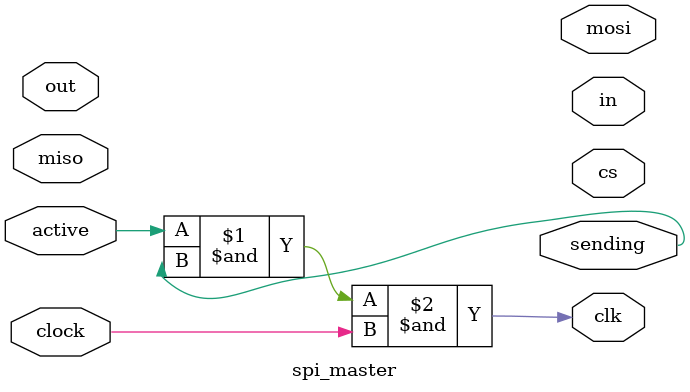
<source format=v>
`default_nettype none


module spi_master(active, sending, clock, out, in, miso, mosi, cs, clk);

input           active;         // is an SPI transaction active?
output          sending;        // high if a transmission is in progress
input           clock;          // input clock source
input  [7:0]    out;            // output data
output [7:0]    in;             // input data

input           miso;
output          mosi;
output          cs;
output          clk;

assign clk = active & sending & clock;

always @(negedge clock) begin
    // if active, 
end

always @(posedge clock) begin
end

endmodule

</source>
